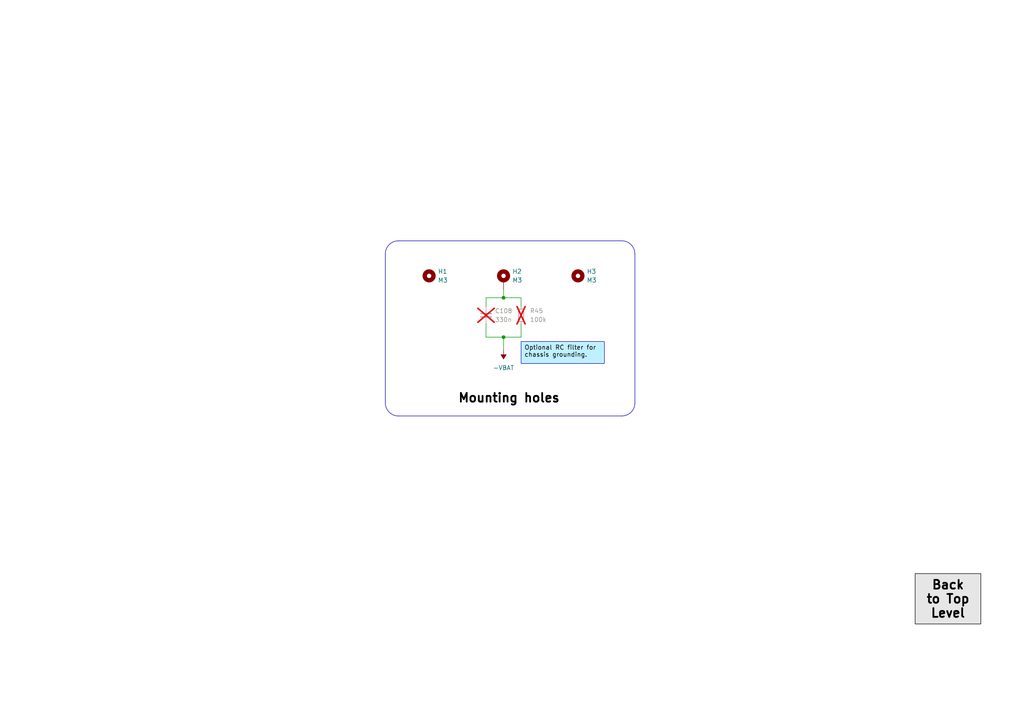
<source format=kicad_sch>
(kicad_sch (version 20230121) (generator eeschema)
  (paper "A4")
  (title_block (title "Mechanical Parts") (date "2023-10-22") (rev "1.0") (company "EPFL Xplore") (comment 3 "Author: Vincent Nguyen"))
  (lib_symbols
    (symbol "0_power_symbols:-VBAT" (power) (pin_names (offset 0))
      (property "Value" "-VBAT" (at 0 3.81 0))
      (symbol "-VBAT_0_1"
        (polyline (pts (xy 0 0) (xy 0 1.27) (xy 0.762 1.27) (xy 0 2.54) (xy -0.762 1.27) (xy 0 1.27)) (fill (type outline)))
      )
      (symbol "-VBAT_1_0"
        (pin power_in line (at 0 0 90) (length 0) hide (name "-VBAT") (number "1"))
      )
    )
    (symbol "Device:C_Small" (pin_numbers hide) (pin_names (offset 0.254) hide)
      (property "Reference" "C" (at 0.254 1.778 0))
      (property "Value" "C_Small" (at 0.254 -2.032 0))
      (symbol "C_Small_0_1"
        (polyline (pts (xy -1.524 -0.508) (xy 1.524 -0.508)) (stroke (width 0.3302)))
        (polyline (pts (xy -1.524 0.508) (xy 1.524 0.508)) (stroke (width 0.3048)))
      )
      (symbol "C_Small_1_1"
        (pin passive line (at 0 2.54 270) (length 2.032) (name "~") (number "1"))
        (pin passive line (at 0 -2.54 90) (length 2.032) (name "~") (number "2"))
      )
    )
    (symbol "Device:R_Small" (pin_numbers hide) (pin_names (offset 0.254) hide)
      (property "Reference" "R" (at 0.762 0.508 0))
      (property "Value" "R_Small" (at 0.762 -1.016 0))
      (symbol "R_Small_0_1"
        (rectangle (start -0.762 1.778) (end 0.762 -1.778) (stroke (width 0.2032)))
      )
      (symbol "R_Small_1_1"
        (pin passive line (at 0 2.54 270) (length 0.762) (name "~") (number "1"))
        (pin passive line (at 0 -2.54 90) (length 0.762) (name "~") (number "2"))
      )
    )
    (symbol "Mechanical:MountingHole" (pin_names (offset 1.016))
      (property "Reference" "H" (at 0 5.08 0))
      (property "Value" "MountingHole" (at 0 3.175 0))
      (symbol "MountingHole_0_1"
        (circle (center 0 0) (radius 1.27) (stroke (width 1.27)))
      )
    )
    (symbol "Mechanical:MountingHole_Pad" (pin_numbers hide) (pin_names (offset 1.016) hide)
      (property "Reference" "H" (at 0 6.35 0))
      (property "Value" "MountingHole_Pad" (at 0 4.445 0))
      (symbol "MountingHole_Pad_0_1"
        (circle (center 0 1.27) (radius 1.27) (stroke (width 1.27)))
      )
      (symbol "MountingHole_Pad_1_1"
        (pin input line (at 0 -2.54 90) (length 2.54) (name "1") (number "1"))
      )
    )
  )
  (junction (at 146.05 86.36))
  (junction (at 146.05 97.79))
  (polyline (pts (xy 111.76 73.66) (xy 111.76 116.84)))
  (wire (pts (xy 146.05 83.82) (xy 146.05 86.36)))
  (wire (pts (xy 140.97 86.36) (xy 140.97 88.9)))
  (polyline (pts (xy 184.15 73.66) (xy 184.15 116.84)))
  (wire (pts (xy 146.05 97.79) (xy 151.13 97.79)))
  (wire (pts (xy 146.05 86.36) (xy 140.97 86.36)))
  (wire (pts (xy 151.13 97.79) (xy 151.13 93.98)))
  (wire (pts (xy 140.97 93.98) (xy 140.97 97.79)))
  (wire (pts (xy 140.97 97.79) (xy 146.05 97.79)))
  (wire (pts (xy 151.13 86.36) (xy 146.05 86.36)))
  (wire (pts (xy 146.05 97.79) (xy 146.05 101.6)))
  (polyline (pts (xy 115.57 69.85) (xy 180.34 69.85)))
  (polyline (pts (xy 180.34 120.65) (xy 115.57 120.65)))
  (wire (pts (xy 151.13 88.9) (xy 151.13 86.36)))
  (arc (start 184.15 116.84) (mid 183.037 119.537) (end 180.34 120.65))
  (arc (start 111.76 73.66) (mid 112.8759 70.9659) (end 115.57 69.85))
  (arc (start 180.34 69.85) (mid 183.0341 70.9659) (end 184.15 73.66))
  (arc (start 115.57 120.65) (mid 112.8759 119.5341) (end 111.76 116.84))
  (text_box "Optional RC filter for chassis grounding." (at 151.13 99.06 0) (size 24.13 6.35) (fill (type color) (color 191 240 255 1)) (effects (font (size 1.27 1.27)) (justify left top)))
  (text_box "Mounting holes" (at 114.3 109.22 0) (size 66.675 9.525) (stroke (width -0.0001)) (effects (font (size 2.54 2.54) (thickness 0.508) bold) (justify bottom)))
  (text_box "Back to Top Level" (at 265.43 166.37 0) (size 19.05 14.605) (stroke (width 0) (color 0 0 0 1)) (fill (type color) (color 0 0 0 0.1)) (effects (font (size 2.54 2.54) (thickness 0.508) bold)))
  (symbol (lib_id "0_power_symbols:-VBAT") (at 146.05 101.6 180) (unit 1)
    (property "Reference" "#PWR073" (effects hide))
    (property "Value" "-VBAT" (at 146.05 106.68 0))
  )
  (symbol (lib_id "Mechanical:MountingHole") (at 124.46 80.01 0) (unit 1)
    (property "Reference" "H1" (at 127 78.74 0) (effects (justify left)))
    (property "Value" "M3" (at 127 81.28 0) (effects (justify left)))
    (property "Footprint" "MountingHole:MountingHole_3.2mm_M3_Pad_Via" (effects hide))
  )
  (symbol (lib_id "Device:R_Small") (at 151.13 91.44 0) (unit 1) (dnp yes)
    (property "Reference" "R45" (at 153.67 90.17 0) (effects (justify left)))
    (property "Value" "100k" (at 153.67 92.71 0) (effects (justify left)))
    (property "Footprint" "Resistor_SMD:R_0402_1005Metric" (effects hide))
  )
  (symbol (lib_id "Device:C_Small") (at 140.97 91.44 0) (unit 1) (in_bom no) (dnp yes)
    (property "Reference" "C108" (at 143.51 90.1763 0) (effects (justify left)))
    (property "Value" "330n" (at 143.51 92.7163 0) (effects (justify left)))
    (property "Footprint" "Capacitor_SMD:C_0402_1005Metric" (effects hide))
  )
  (symbol (lib_id "Mechanical:MountingHole") (at 167.64 80.01 0) (unit 1)
    (property "Reference" "H3" (at 170.18 78.74 0) (effects (justify left)))
    (property "Value" "M3" (at 170.18 81.28 0) (effects (justify left)))
    (property "Footprint" "MountingHole:MountingHole_3.2mm_M3_Pad_Via" (effects hide))
  )
  (symbol (lib_id "Mechanical:MountingHole_Pad") (at 146.05 81.28 0) (unit 1)
    (property "Reference" "H2" (at 148.59 78.74 0) (effects (justify left)))
    (property "Value" "M3" (at 148.59 81.28 0) (effects (justify left)))
    (property "Footprint" "MountingHole:MountingHole_3.2mm_M3_Pad_Via" (effects hide))
  )
)
</source>
